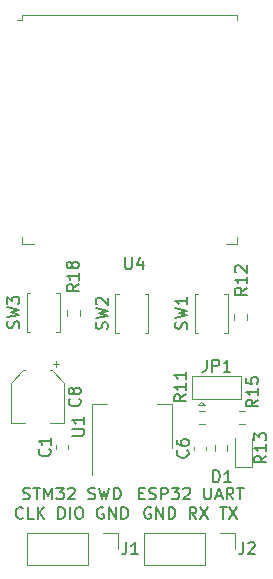
<source format=gbr>
%TF.GenerationSoftware,KiCad,Pcbnew,5.1.8*%
%TF.CreationDate,2020-12-08T15:37:19+03:00*%
%TF.ProjectId,pss_mcu_pcb,7073735f-6d63-4755-9f70-63622e6b6963,rev?*%
%TF.SameCoordinates,Original*%
%TF.FileFunction,Legend,Top*%
%TF.FilePolarity,Positive*%
%FSLAX46Y46*%
G04 Gerber Fmt 4.6, Leading zero omitted, Abs format (unit mm)*
G04 Created by KiCad (PCBNEW 5.1.8) date 2020-12-08 15:37:19*
%MOMM*%
%LPD*%
G01*
G04 APERTURE LIST*
%ADD10C,0.150000*%
%ADD11C,0.120000*%
G04 APERTURE END LIST*
D10*
X149169952Y-108101261D02*
X149312809Y-108148880D01*
X149550904Y-108148880D01*
X149646142Y-108101261D01*
X149693761Y-108053642D01*
X149741380Y-107958404D01*
X149741380Y-107863166D01*
X149693761Y-107767928D01*
X149646142Y-107720309D01*
X149550904Y-107672690D01*
X149360428Y-107625071D01*
X149265190Y-107577452D01*
X149217571Y-107529833D01*
X149169952Y-107434595D01*
X149169952Y-107339357D01*
X149217571Y-107244119D01*
X149265190Y-107196500D01*
X149360428Y-107148880D01*
X149598523Y-107148880D01*
X149741380Y-107196500D01*
X150027095Y-107148880D02*
X150598523Y-107148880D01*
X150312809Y-108148880D02*
X150312809Y-107148880D01*
X150931857Y-108148880D02*
X150931857Y-107148880D01*
X151265190Y-107863166D01*
X151598523Y-107148880D01*
X151598523Y-108148880D01*
X151979476Y-107148880D02*
X152598523Y-107148880D01*
X152265190Y-107529833D01*
X152408047Y-107529833D01*
X152503285Y-107577452D01*
X152550904Y-107625071D01*
X152598523Y-107720309D01*
X152598523Y-107958404D01*
X152550904Y-108053642D01*
X152503285Y-108101261D01*
X152408047Y-108148880D01*
X152122333Y-108148880D01*
X152027095Y-108101261D01*
X151979476Y-108053642D01*
X152979476Y-107244119D02*
X153027095Y-107196500D01*
X153122333Y-107148880D01*
X153360428Y-107148880D01*
X153455666Y-107196500D01*
X153503285Y-107244119D01*
X153550904Y-107339357D01*
X153550904Y-107434595D01*
X153503285Y-107577452D01*
X152931857Y-108148880D01*
X153550904Y-108148880D01*
X154693761Y-108101261D02*
X154836619Y-108148880D01*
X155074714Y-108148880D01*
X155169952Y-108101261D01*
X155217571Y-108053642D01*
X155265190Y-107958404D01*
X155265190Y-107863166D01*
X155217571Y-107767928D01*
X155169952Y-107720309D01*
X155074714Y-107672690D01*
X154884238Y-107625071D01*
X154789000Y-107577452D01*
X154741380Y-107529833D01*
X154693761Y-107434595D01*
X154693761Y-107339357D01*
X154741380Y-107244119D01*
X154789000Y-107196500D01*
X154884238Y-107148880D01*
X155122333Y-107148880D01*
X155265190Y-107196500D01*
X155598523Y-107148880D02*
X155836619Y-108148880D01*
X156027095Y-107434595D01*
X156217571Y-108148880D01*
X156455666Y-107148880D01*
X156836619Y-108148880D02*
X156836619Y-107148880D01*
X157074714Y-107148880D01*
X157217571Y-107196500D01*
X157312809Y-107291738D01*
X157360428Y-107386976D01*
X157408047Y-107577452D01*
X157408047Y-107720309D01*
X157360428Y-107910785D01*
X157312809Y-108006023D01*
X157217571Y-108101261D01*
X157074714Y-108148880D01*
X156836619Y-108148880D01*
X149146142Y-109703642D02*
X149098523Y-109751261D01*
X148955666Y-109798880D01*
X148860428Y-109798880D01*
X148717571Y-109751261D01*
X148622333Y-109656023D01*
X148574714Y-109560785D01*
X148527095Y-109370309D01*
X148527095Y-109227452D01*
X148574714Y-109036976D01*
X148622333Y-108941738D01*
X148717571Y-108846500D01*
X148860428Y-108798880D01*
X148955666Y-108798880D01*
X149098523Y-108846500D01*
X149146142Y-108894119D01*
X150050904Y-109798880D02*
X149574714Y-109798880D01*
X149574714Y-108798880D01*
X150384238Y-109798880D02*
X150384238Y-108798880D01*
X150955666Y-109798880D02*
X150527095Y-109227452D01*
X150955666Y-108798880D02*
X150384238Y-109370309D01*
X152146142Y-109798880D02*
X152146142Y-108798880D01*
X152384238Y-108798880D01*
X152527095Y-108846500D01*
X152622333Y-108941738D01*
X152669952Y-109036976D01*
X152717571Y-109227452D01*
X152717571Y-109370309D01*
X152669952Y-109560785D01*
X152622333Y-109656023D01*
X152527095Y-109751261D01*
X152384238Y-109798880D01*
X152146142Y-109798880D01*
X153146142Y-109798880D02*
X153146142Y-108798880D01*
X153812809Y-108798880D02*
X154003285Y-108798880D01*
X154098523Y-108846500D01*
X154193761Y-108941738D01*
X154241380Y-109132214D01*
X154241380Y-109465547D01*
X154193761Y-109656023D01*
X154098523Y-109751261D01*
X154003285Y-109798880D01*
X153812809Y-109798880D01*
X153717571Y-109751261D01*
X153622333Y-109656023D01*
X153574714Y-109465547D01*
X153574714Y-109132214D01*
X153622333Y-108941738D01*
X153717571Y-108846500D01*
X153812809Y-108798880D01*
X155955666Y-108846500D02*
X155860428Y-108798880D01*
X155717571Y-108798880D01*
X155574714Y-108846500D01*
X155479476Y-108941738D01*
X155431857Y-109036976D01*
X155384238Y-109227452D01*
X155384238Y-109370309D01*
X155431857Y-109560785D01*
X155479476Y-109656023D01*
X155574714Y-109751261D01*
X155717571Y-109798880D01*
X155812809Y-109798880D01*
X155955666Y-109751261D01*
X156003285Y-109703642D01*
X156003285Y-109370309D01*
X155812809Y-109370309D01*
X156431857Y-109798880D02*
X156431857Y-108798880D01*
X157003285Y-109798880D01*
X157003285Y-108798880D01*
X157479476Y-109798880D02*
X157479476Y-108798880D01*
X157717571Y-108798880D01*
X157860428Y-108846500D01*
X157955666Y-108941738D01*
X158003285Y-109036976D01*
X158050904Y-109227452D01*
X158050904Y-109370309D01*
X158003285Y-109560785D01*
X157955666Y-109656023D01*
X157860428Y-109751261D01*
X157717571Y-109798880D01*
X157479476Y-109798880D01*
X158964857Y-107625071D02*
X159298190Y-107625071D01*
X159441047Y-108148880D02*
X158964857Y-108148880D01*
X158964857Y-107148880D01*
X159441047Y-107148880D01*
X159822000Y-108101261D02*
X159964857Y-108148880D01*
X160202952Y-108148880D01*
X160298190Y-108101261D01*
X160345809Y-108053642D01*
X160393428Y-107958404D01*
X160393428Y-107863166D01*
X160345809Y-107767928D01*
X160298190Y-107720309D01*
X160202952Y-107672690D01*
X160012476Y-107625071D01*
X159917238Y-107577452D01*
X159869619Y-107529833D01*
X159822000Y-107434595D01*
X159822000Y-107339357D01*
X159869619Y-107244119D01*
X159917238Y-107196500D01*
X160012476Y-107148880D01*
X160250571Y-107148880D01*
X160393428Y-107196500D01*
X160822000Y-108148880D02*
X160822000Y-107148880D01*
X161202952Y-107148880D01*
X161298190Y-107196500D01*
X161345809Y-107244119D01*
X161393428Y-107339357D01*
X161393428Y-107482214D01*
X161345809Y-107577452D01*
X161298190Y-107625071D01*
X161202952Y-107672690D01*
X160822000Y-107672690D01*
X161726761Y-107148880D02*
X162345809Y-107148880D01*
X162012476Y-107529833D01*
X162155333Y-107529833D01*
X162250571Y-107577452D01*
X162298190Y-107625071D01*
X162345809Y-107720309D01*
X162345809Y-107958404D01*
X162298190Y-108053642D01*
X162250571Y-108101261D01*
X162155333Y-108148880D01*
X161869619Y-108148880D01*
X161774380Y-108101261D01*
X161726761Y-108053642D01*
X162726761Y-107244119D02*
X162774380Y-107196500D01*
X162869619Y-107148880D01*
X163107714Y-107148880D01*
X163202952Y-107196500D01*
X163250571Y-107244119D01*
X163298190Y-107339357D01*
X163298190Y-107434595D01*
X163250571Y-107577452D01*
X162679142Y-108148880D01*
X163298190Y-108148880D01*
X164488666Y-107148880D02*
X164488666Y-107958404D01*
X164536285Y-108053642D01*
X164583904Y-108101261D01*
X164679142Y-108148880D01*
X164869619Y-108148880D01*
X164964857Y-108101261D01*
X165012476Y-108053642D01*
X165060095Y-107958404D01*
X165060095Y-107148880D01*
X165488666Y-107863166D02*
X165964857Y-107863166D01*
X165393428Y-108148880D02*
X165726761Y-107148880D01*
X166060095Y-108148880D01*
X166964857Y-108148880D02*
X166631523Y-107672690D01*
X166393428Y-108148880D02*
X166393428Y-107148880D01*
X166774380Y-107148880D01*
X166869619Y-107196500D01*
X166917238Y-107244119D01*
X166964857Y-107339357D01*
X166964857Y-107482214D01*
X166917238Y-107577452D01*
X166869619Y-107625071D01*
X166774380Y-107672690D01*
X166393428Y-107672690D01*
X167250571Y-107148880D02*
X167822000Y-107148880D01*
X167536285Y-108148880D02*
X167536285Y-107148880D01*
X159964857Y-108846500D02*
X159869619Y-108798880D01*
X159726761Y-108798880D01*
X159583904Y-108846500D01*
X159488666Y-108941738D01*
X159441047Y-109036976D01*
X159393428Y-109227452D01*
X159393428Y-109370309D01*
X159441047Y-109560785D01*
X159488666Y-109656023D01*
X159583904Y-109751261D01*
X159726761Y-109798880D01*
X159822000Y-109798880D01*
X159964857Y-109751261D01*
X160012476Y-109703642D01*
X160012476Y-109370309D01*
X159822000Y-109370309D01*
X160441047Y-109798880D02*
X160441047Y-108798880D01*
X161012476Y-109798880D01*
X161012476Y-108798880D01*
X161488666Y-109798880D02*
X161488666Y-108798880D01*
X161726761Y-108798880D01*
X161869619Y-108846500D01*
X161964857Y-108941738D01*
X162012476Y-109036976D01*
X162060095Y-109227452D01*
X162060095Y-109370309D01*
X162012476Y-109560785D01*
X161964857Y-109656023D01*
X161869619Y-109751261D01*
X161726761Y-109798880D01*
X161488666Y-109798880D01*
X163822000Y-109798880D02*
X163488666Y-109322690D01*
X163250571Y-109798880D02*
X163250571Y-108798880D01*
X163631523Y-108798880D01*
X163726761Y-108846500D01*
X163774380Y-108894119D01*
X163822000Y-108989357D01*
X163822000Y-109132214D01*
X163774380Y-109227452D01*
X163726761Y-109275071D01*
X163631523Y-109322690D01*
X163250571Y-109322690D01*
X164155333Y-108798880D02*
X164822000Y-109798880D01*
X164822000Y-108798880D02*
X164155333Y-109798880D01*
X165822000Y-108798880D02*
X166393428Y-108798880D01*
X166107714Y-109798880D02*
X166107714Y-108798880D01*
X166631523Y-108798880D02*
X167298190Y-109798880D01*
X167298190Y-108798880D02*
X166631523Y-109798880D01*
D11*
%TO.C,U4*%
X149058500Y-67535000D02*
X148678500Y-67535000D01*
X149058500Y-67115000D02*
X149058500Y-67535000D01*
X167298500Y-67115000D02*
X167298500Y-67535000D01*
X149058500Y-67115000D02*
X167298500Y-67115000D01*
X167298500Y-86555000D02*
X166298500Y-86555000D01*
X167298500Y-85935000D02*
X167298500Y-86555000D01*
X149058500Y-86555000D02*
X150058500Y-86555000D01*
X149058500Y-85935000D02*
X149058500Y-86555000D01*
%TO.C,SW3*%
X149476000Y-90664500D02*
X149776000Y-90664500D01*
X149476000Y-93964500D02*
X149476000Y-90664500D01*
X149776000Y-93964500D02*
X149476000Y-93964500D01*
X152276000Y-90664500D02*
X151976000Y-90664500D01*
X152276000Y-93964500D02*
X152276000Y-90664500D01*
X151976000Y-93964500D02*
X152276000Y-93964500D01*
%TO.C,SW2*%
X156969000Y-90742500D02*
X157269000Y-90742500D01*
X156969000Y-94042500D02*
X156969000Y-90742500D01*
X157269000Y-94042500D02*
X156969000Y-94042500D01*
X159769000Y-90742500D02*
X159469000Y-90742500D01*
X159769000Y-94042500D02*
X159769000Y-90742500D01*
X159469000Y-94042500D02*
X159769000Y-94042500D01*
%TO.C,SW1*%
X163700000Y-90728000D02*
X164000000Y-90728000D01*
X163700000Y-94028000D02*
X163700000Y-90728000D01*
X164000000Y-94028000D02*
X163700000Y-94028000D01*
X166500000Y-90728000D02*
X166200000Y-90728000D01*
X166500000Y-94028000D02*
X166500000Y-90728000D01*
X166200000Y-94028000D02*
X166500000Y-94028000D01*
%TO.C,D1*%
X168565500Y-105433000D02*
X168565500Y-102973000D01*
X167095500Y-105433000D02*
X168565500Y-105433000D01*
X167095500Y-102973000D02*
X167095500Y-105433000D01*
%TO.C,C1*%
X151953500Y-103868267D02*
X151953500Y-103575733D01*
X152973500Y-103868267D02*
X152973500Y-103575733D01*
%TO.C,C6*%
X163637500Y-103968767D02*
X163637500Y-103676233D01*
X164657500Y-103968767D02*
X164657500Y-103676233D01*
%TO.C,C8*%
X152178000Y-96713000D02*
X151678000Y-96713000D01*
X151928000Y-96463000D02*
X151928000Y-96963000D01*
X149172437Y-97203000D02*
X148108000Y-98267437D01*
X151563563Y-97203000D02*
X152628000Y-98267437D01*
X151563563Y-97203000D02*
X151428000Y-97203000D01*
X149172437Y-97203000D02*
X149308000Y-97203000D01*
X148108000Y-98267437D02*
X148108000Y-101723000D01*
X152628000Y-98267437D02*
X152628000Y-101723000D01*
X152628000Y-101723000D02*
X151428000Y-101723000D01*
X148108000Y-101723000D02*
X149308000Y-101723000D01*
%TO.C,J1*%
X149482500Y-111001500D02*
X149482500Y-113661500D01*
X154622500Y-111001500D02*
X149482500Y-111001500D01*
X154622500Y-113661500D02*
X149482500Y-113661500D01*
X154622500Y-111001500D02*
X154622500Y-113661500D01*
X155892500Y-111001500D02*
X157222500Y-111001500D01*
X157222500Y-111001500D02*
X157222500Y-112331500D01*
%TO.C,J2*%
X167128500Y-111001500D02*
X167128500Y-112331500D01*
X165798500Y-111001500D02*
X167128500Y-111001500D01*
X164528500Y-111001500D02*
X164528500Y-113661500D01*
X164528500Y-113661500D02*
X159388500Y-113661500D01*
X164528500Y-111001500D02*
X159388500Y-111001500D01*
X159388500Y-111001500D02*
X159388500Y-113661500D01*
%TO.C,JP1*%
X163494500Y-97679000D02*
X167594500Y-97679000D01*
X167594500Y-97679000D02*
X167594500Y-99679000D01*
X167594500Y-99679000D02*
X163494500Y-99679000D01*
X163494500Y-99679000D02*
X163494500Y-97679000D01*
X164244500Y-99879000D02*
X163944500Y-100179000D01*
X163944500Y-100179000D02*
X164544500Y-100179000D01*
X164244500Y-99879000D02*
X164544500Y-100179000D01*
%TO.C,R11*%
X164552724Y-101741500D02*
X164043276Y-101741500D01*
X164552724Y-100696500D02*
X164043276Y-100696500D01*
%TO.C,R12*%
X167054000Y-92924724D02*
X167054000Y-92415276D01*
X168099000Y-92924724D02*
X168099000Y-92415276D01*
%TO.C,R13*%
X165403000Y-103544276D02*
X165403000Y-104053724D01*
X166448000Y-103544276D02*
X166448000Y-104053724D01*
%TO.C,R15*%
X167958224Y-100696500D02*
X167448776Y-100696500D01*
X167958224Y-101741500D02*
X167448776Y-101741500D01*
%TO.C,R18*%
X152893500Y-92607224D02*
X152893500Y-92097776D01*
X153938500Y-92607224D02*
X153938500Y-92097776D01*
%TO.C,U1*%
X154959000Y-106081000D02*
X154959000Y-100071000D01*
X161779000Y-103831000D02*
X161779000Y-100071000D01*
X154959000Y-100071000D02*
X156219000Y-100071000D01*
X161779000Y-100071000D02*
X160519000Y-100071000D01*
%TO.C,U4*%
D10*
X157797595Y-87653880D02*
X157797595Y-88463404D01*
X157845214Y-88558642D01*
X157892833Y-88606261D01*
X157988071Y-88653880D01*
X158178547Y-88653880D01*
X158273785Y-88606261D01*
X158321404Y-88558642D01*
X158369023Y-88463404D01*
X158369023Y-87653880D01*
X159273785Y-87987214D02*
X159273785Y-88653880D01*
X159035690Y-87606261D02*
X158797595Y-88320547D01*
X159416642Y-88320547D01*
%TO.C,SW3*%
X148780761Y-93647833D02*
X148828380Y-93504976D01*
X148828380Y-93266880D01*
X148780761Y-93171642D01*
X148733142Y-93124023D01*
X148637904Y-93076404D01*
X148542666Y-93076404D01*
X148447428Y-93124023D01*
X148399809Y-93171642D01*
X148352190Y-93266880D01*
X148304571Y-93457357D01*
X148256952Y-93552595D01*
X148209333Y-93600214D01*
X148114095Y-93647833D01*
X148018857Y-93647833D01*
X147923619Y-93600214D01*
X147876000Y-93552595D01*
X147828380Y-93457357D01*
X147828380Y-93219261D01*
X147876000Y-93076404D01*
X147828380Y-92743071D02*
X148828380Y-92504976D01*
X148114095Y-92314500D01*
X148828380Y-92124023D01*
X147828380Y-91885928D01*
X147828380Y-91600214D02*
X147828380Y-90981166D01*
X148209333Y-91314500D01*
X148209333Y-91171642D01*
X148256952Y-91076404D01*
X148304571Y-91028785D01*
X148399809Y-90981166D01*
X148637904Y-90981166D01*
X148733142Y-91028785D01*
X148780761Y-91076404D01*
X148828380Y-91171642D01*
X148828380Y-91457357D01*
X148780761Y-91552595D01*
X148733142Y-91600214D01*
%TO.C,SW2*%
X156273761Y-93725833D02*
X156321380Y-93582976D01*
X156321380Y-93344880D01*
X156273761Y-93249642D01*
X156226142Y-93202023D01*
X156130904Y-93154404D01*
X156035666Y-93154404D01*
X155940428Y-93202023D01*
X155892809Y-93249642D01*
X155845190Y-93344880D01*
X155797571Y-93535357D01*
X155749952Y-93630595D01*
X155702333Y-93678214D01*
X155607095Y-93725833D01*
X155511857Y-93725833D01*
X155416619Y-93678214D01*
X155369000Y-93630595D01*
X155321380Y-93535357D01*
X155321380Y-93297261D01*
X155369000Y-93154404D01*
X155321380Y-92821071D02*
X156321380Y-92582976D01*
X155607095Y-92392500D01*
X156321380Y-92202023D01*
X155321380Y-91963928D01*
X155416619Y-91630595D02*
X155369000Y-91582976D01*
X155321380Y-91487738D01*
X155321380Y-91249642D01*
X155369000Y-91154404D01*
X155416619Y-91106785D01*
X155511857Y-91059166D01*
X155607095Y-91059166D01*
X155749952Y-91106785D01*
X156321380Y-91678214D01*
X156321380Y-91059166D01*
%TO.C,SW1*%
X163004761Y-93711333D02*
X163052380Y-93568476D01*
X163052380Y-93330380D01*
X163004761Y-93235142D01*
X162957142Y-93187523D01*
X162861904Y-93139904D01*
X162766666Y-93139904D01*
X162671428Y-93187523D01*
X162623809Y-93235142D01*
X162576190Y-93330380D01*
X162528571Y-93520857D01*
X162480952Y-93616095D01*
X162433333Y-93663714D01*
X162338095Y-93711333D01*
X162242857Y-93711333D01*
X162147619Y-93663714D01*
X162100000Y-93616095D01*
X162052380Y-93520857D01*
X162052380Y-93282761D01*
X162100000Y-93139904D01*
X162052380Y-92806571D02*
X163052380Y-92568476D01*
X162338095Y-92378000D01*
X163052380Y-92187523D01*
X162052380Y-91949428D01*
X163052380Y-91044666D02*
X163052380Y-91616095D01*
X163052380Y-91330380D02*
X162052380Y-91330380D01*
X162195238Y-91425619D01*
X162290476Y-91520857D01*
X162338095Y-91616095D01*
%TO.C,D1*%
X165250904Y-106687880D02*
X165250904Y-105687880D01*
X165489000Y-105687880D01*
X165631857Y-105735500D01*
X165727095Y-105830738D01*
X165774714Y-105925976D01*
X165822333Y-106116452D01*
X165822333Y-106259309D01*
X165774714Y-106449785D01*
X165727095Y-106545023D01*
X165631857Y-106640261D01*
X165489000Y-106687880D01*
X165250904Y-106687880D01*
X166774714Y-106687880D02*
X166203285Y-106687880D01*
X166489000Y-106687880D02*
X166489000Y-105687880D01*
X166393761Y-105830738D01*
X166298523Y-105925976D01*
X166203285Y-105973595D01*
%TO.C,C1*%
X151390642Y-103888666D02*
X151438261Y-103936285D01*
X151485880Y-104079142D01*
X151485880Y-104174380D01*
X151438261Y-104317238D01*
X151343023Y-104412476D01*
X151247785Y-104460095D01*
X151057309Y-104507714D01*
X150914452Y-104507714D01*
X150723976Y-104460095D01*
X150628738Y-104412476D01*
X150533500Y-104317238D01*
X150485880Y-104174380D01*
X150485880Y-104079142D01*
X150533500Y-103936285D01*
X150581119Y-103888666D01*
X151485880Y-102936285D02*
X151485880Y-103507714D01*
X151485880Y-103222000D02*
X150485880Y-103222000D01*
X150628738Y-103317238D01*
X150723976Y-103412476D01*
X150771595Y-103507714D01*
%TO.C,C6*%
X163074642Y-103989166D02*
X163122261Y-104036785D01*
X163169880Y-104179642D01*
X163169880Y-104274880D01*
X163122261Y-104417738D01*
X163027023Y-104512976D01*
X162931785Y-104560595D01*
X162741309Y-104608214D01*
X162598452Y-104608214D01*
X162407976Y-104560595D01*
X162312738Y-104512976D01*
X162217500Y-104417738D01*
X162169880Y-104274880D01*
X162169880Y-104179642D01*
X162217500Y-104036785D01*
X162265119Y-103989166D01*
X162169880Y-103132023D02*
X162169880Y-103322500D01*
X162217500Y-103417738D01*
X162265119Y-103465357D01*
X162407976Y-103560595D01*
X162598452Y-103608214D01*
X162979404Y-103608214D01*
X163074642Y-103560595D01*
X163122261Y-103512976D01*
X163169880Y-103417738D01*
X163169880Y-103227261D01*
X163122261Y-103132023D01*
X163074642Y-103084404D01*
X162979404Y-103036785D01*
X162741309Y-103036785D01*
X162646071Y-103084404D01*
X162598452Y-103132023D01*
X162550833Y-103227261D01*
X162550833Y-103417738D01*
X162598452Y-103512976D01*
X162646071Y-103560595D01*
X162741309Y-103608214D01*
%TO.C,C8*%
X153925142Y-99629666D02*
X153972761Y-99677285D01*
X154020380Y-99820142D01*
X154020380Y-99915380D01*
X153972761Y-100058238D01*
X153877523Y-100153476D01*
X153782285Y-100201095D01*
X153591809Y-100248714D01*
X153448952Y-100248714D01*
X153258476Y-100201095D01*
X153163238Y-100153476D01*
X153068000Y-100058238D01*
X153020380Y-99915380D01*
X153020380Y-99820142D01*
X153068000Y-99677285D01*
X153115619Y-99629666D01*
X153448952Y-99058238D02*
X153401333Y-99153476D01*
X153353714Y-99201095D01*
X153258476Y-99248714D01*
X153210857Y-99248714D01*
X153115619Y-99201095D01*
X153068000Y-99153476D01*
X153020380Y-99058238D01*
X153020380Y-98867761D01*
X153068000Y-98772523D01*
X153115619Y-98724904D01*
X153210857Y-98677285D01*
X153258476Y-98677285D01*
X153353714Y-98724904D01*
X153401333Y-98772523D01*
X153448952Y-98867761D01*
X153448952Y-99058238D01*
X153496571Y-99153476D01*
X153544190Y-99201095D01*
X153639428Y-99248714D01*
X153829904Y-99248714D01*
X153925142Y-99201095D01*
X153972761Y-99153476D01*
X154020380Y-99058238D01*
X154020380Y-98867761D01*
X153972761Y-98772523D01*
X153925142Y-98724904D01*
X153829904Y-98677285D01*
X153639428Y-98677285D01*
X153544190Y-98724904D01*
X153496571Y-98772523D01*
X153448952Y-98867761D01*
%TO.C,J1*%
X157889166Y-111783880D02*
X157889166Y-112498166D01*
X157841547Y-112641023D01*
X157746309Y-112736261D01*
X157603452Y-112783880D01*
X157508214Y-112783880D01*
X158889166Y-112783880D02*
X158317738Y-112783880D01*
X158603452Y-112783880D02*
X158603452Y-111783880D01*
X158508214Y-111926738D01*
X158412976Y-112021976D01*
X158317738Y-112069595D01*
%TO.C,J2*%
X167795166Y-111783880D02*
X167795166Y-112498166D01*
X167747547Y-112641023D01*
X167652309Y-112736261D01*
X167509452Y-112783880D01*
X167414214Y-112783880D01*
X168223738Y-111879119D02*
X168271357Y-111831500D01*
X168366595Y-111783880D01*
X168604690Y-111783880D01*
X168699928Y-111831500D01*
X168747547Y-111879119D01*
X168795166Y-111974357D01*
X168795166Y-112069595D01*
X168747547Y-112212452D01*
X168176119Y-112783880D01*
X168795166Y-112783880D01*
%TO.C,JP1*%
X164711166Y-96331380D02*
X164711166Y-97045666D01*
X164663547Y-97188523D01*
X164568309Y-97283761D01*
X164425452Y-97331380D01*
X164330214Y-97331380D01*
X165187357Y-97331380D02*
X165187357Y-96331380D01*
X165568309Y-96331380D01*
X165663547Y-96379000D01*
X165711166Y-96426619D01*
X165758785Y-96521857D01*
X165758785Y-96664714D01*
X165711166Y-96759952D01*
X165663547Y-96807571D01*
X165568309Y-96855190D01*
X165187357Y-96855190D01*
X166711166Y-97331380D02*
X166139738Y-97331380D01*
X166425452Y-97331380D02*
X166425452Y-96331380D01*
X166330214Y-96474238D01*
X166234976Y-96569476D01*
X166139738Y-96617095D01*
%TO.C,R11*%
X162948880Y-99258357D02*
X162472690Y-99591690D01*
X162948880Y-99829785D02*
X161948880Y-99829785D01*
X161948880Y-99448833D01*
X161996500Y-99353595D01*
X162044119Y-99305976D01*
X162139357Y-99258357D01*
X162282214Y-99258357D01*
X162377452Y-99305976D01*
X162425071Y-99353595D01*
X162472690Y-99448833D01*
X162472690Y-99829785D01*
X162948880Y-98305976D02*
X162948880Y-98877404D01*
X162948880Y-98591690D02*
X161948880Y-98591690D01*
X162091738Y-98686928D01*
X162186976Y-98782166D01*
X162234595Y-98877404D01*
X162948880Y-97353595D02*
X162948880Y-97925023D01*
X162948880Y-97639309D02*
X161948880Y-97639309D01*
X162091738Y-97734547D01*
X162186976Y-97829785D01*
X162234595Y-97925023D01*
%TO.C,R12*%
X168092380Y-90241357D02*
X167616190Y-90574690D01*
X168092380Y-90812785D02*
X167092380Y-90812785D01*
X167092380Y-90431833D01*
X167140000Y-90336595D01*
X167187619Y-90288976D01*
X167282857Y-90241357D01*
X167425714Y-90241357D01*
X167520952Y-90288976D01*
X167568571Y-90336595D01*
X167616190Y-90431833D01*
X167616190Y-90812785D01*
X168092380Y-89288976D02*
X168092380Y-89860404D01*
X168092380Y-89574690D02*
X167092380Y-89574690D01*
X167235238Y-89669928D01*
X167330476Y-89765166D01*
X167378095Y-89860404D01*
X167187619Y-88908023D02*
X167140000Y-88860404D01*
X167092380Y-88765166D01*
X167092380Y-88527071D01*
X167140000Y-88431833D01*
X167187619Y-88384214D01*
X167282857Y-88336595D01*
X167378095Y-88336595D01*
X167520952Y-88384214D01*
X168092380Y-88955642D01*
X168092380Y-88336595D01*
%TO.C,R13*%
X169743380Y-104441857D02*
X169267190Y-104775190D01*
X169743380Y-105013285D02*
X168743380Y-105013285D01*
X168743380Y-104632333D01*
X168791000Y-104537095D01*
X168838619Y-104489476D01*
X168933857Y-104441857D01*
X169076714Y-104441857D01*
X169171952Y-104489476D01*
X169219571Y-104537095D01*
X169267190Y-104632333D01*
X169267190Y-105013285D01*
X169743380Y-103489476D02*
X169743380Y-104060904D01*
X169743380Y-103775190D02*
X168743380Y-103775190D01*
X168886238Y-103870428D01*
X168981476Y-103965666D01*
X169029095Y-104060904D01*
X168743380Y-103156142D02*
X168743380Y-102537095D01*
X169124333Y-102870428D01*
X169124333Y-102727571D01*
X169171952Y-102632333D01*
X169219571Y-102584714D01*
X169314809Y-102537095D01*
X169552904Y-102537095D01*
X169648142Y-102584714D01*
X169695761Y-102632333D01*
X169743380Y-102727571D01*
X169743380Y-103013285D01*
X169695761Y-103108523D01*
X169648142Y-103156142D01*
%TO.C,R15*%
X169044880Y-99702857D02*
X168568690Y-100036190D01*
X169044880Y-100274285D02*
X168044880Y-100274285D01*
X168044880Y-99893333D01*
X168092500Y-99798095D01*
X168140119Y-99750476D01*
X168235357Y-99702857D01*
X168378214Y-99702857D01*
X168473452Y-99750476D01*
X168521071Y-99798095D01*
X168568690Y-99893333D01*
X168568690Y-100274285D01*
X169044880Y-98750476D02*
X169044880Y-99321904D01*
X169044880Y-99036190D02*
X168044880Y-99036190D01*
X168187738Y-99131428D01*
X168282976Y-99226666D01*
X168330595Y-99321904D01*
X168044880Y-97845714D02*
X168044880Y-98321904D01*
X168521071Y-98369523D01*
X168473452Y-98321904D01*
X168425833Y-98226666D01*
X168425833Y-97988571D01*
X168473452Y-97893333D01*
X168521071Y-97845714D01*
X168616309Y-97798095D01*
X168854404Y-97798095D01*
X168949642Y-97845714D01*
X168997261Y-97893333D01*
X169044880Y-97988571D01*
X169044880Y-98226666D01*
X168997261Y-98321904D01*
X168949642Y-98369523D01*
%TO.C,R18*%
X153868380Y-89923857D02*
X153392190Y-90257190D01*
X153868380Y-90495285D02*
X152868380Y-90495285D01*
X152868380Y-90114333D01*
X152916000Y-90019095D01*
X152963619Y-89971476D01*
X153058857Y-89923857D01*
X153201714Y-89923857D01*
X153296952Y-89971476D01*
X153344571Y-90019095D01*
X153392190Y-90114333D01*
X153392190Y-90495285D01*
X153868380Y-88971476D02*
X153868380Y-89542904D01*
X153868380Y-89257190D02*
X152868380Y-89257190D01*
X153011238Y-89352428D01*
X153106476Y-89447666D01*
X153154095Y-89542904D01*
X153296952Y-88400047D02*
X153249333Y-88495285D01*
X153201714Y-88542904D01*
X153106476Y-88590523D01*
X153058857Y-88590523D01*
X152963619Y-88542904D01*
X152916000Y-88495285D01*
X152868380Y-88400047D01*
X152868380Y-88209571D01*
X152916000Y-88114333D01*
X152963619Y-88066714D01*
X153058857Y-88019095D01*
X153106476Y-88019095D01*
X153201714Y-88066714D01*
X153249333Y-88114333D01*
X153296952Y-88209571D01*
X153296952Y-88400047D01*
X153344571Y-88495285D01*
X153392190Y-88542904D01*
X153487428Y-88590523D01*
X153677904Y-88590523D01*
X153773142Y-88542904D01*
X153820761Y-88495285D01*
X153868380Y-88400047D01*
X153868380Y-88209571D01*
X153820761Y-88114333D01*
X153773142Y-88066714D01*
X153677904Y-88019095D01*
X153487428Y-88019095D01*
X153392190Y-88066714D01*
X153344571Y-88114333D01*
X153296952Y-88209571D01*
%TO.C,U1*%
X153321380Y-102742904D02*
X154130904Y-102742904D01*
X154226142Y-102695285D01*
X154273761Y-102647666D01*
X154321380Y-102552428D01*
X154321380Y-102361952D01*
X154273761Y-102266714D01*
X154226142Y-102219095D01*
X154130904Y-102171476D01*
X153321380Y-102171476D01*
X154321380Y-101171476D02*
X154321380Y-101742904D01*
X154321380Y-101457190D02*
X153321380Y-101457190D01*
X153464238Y-101552428D01*
X153559476Y-101647666D01*
X153607095Y-101742904D01*
%TD*%
M02*

</source>
